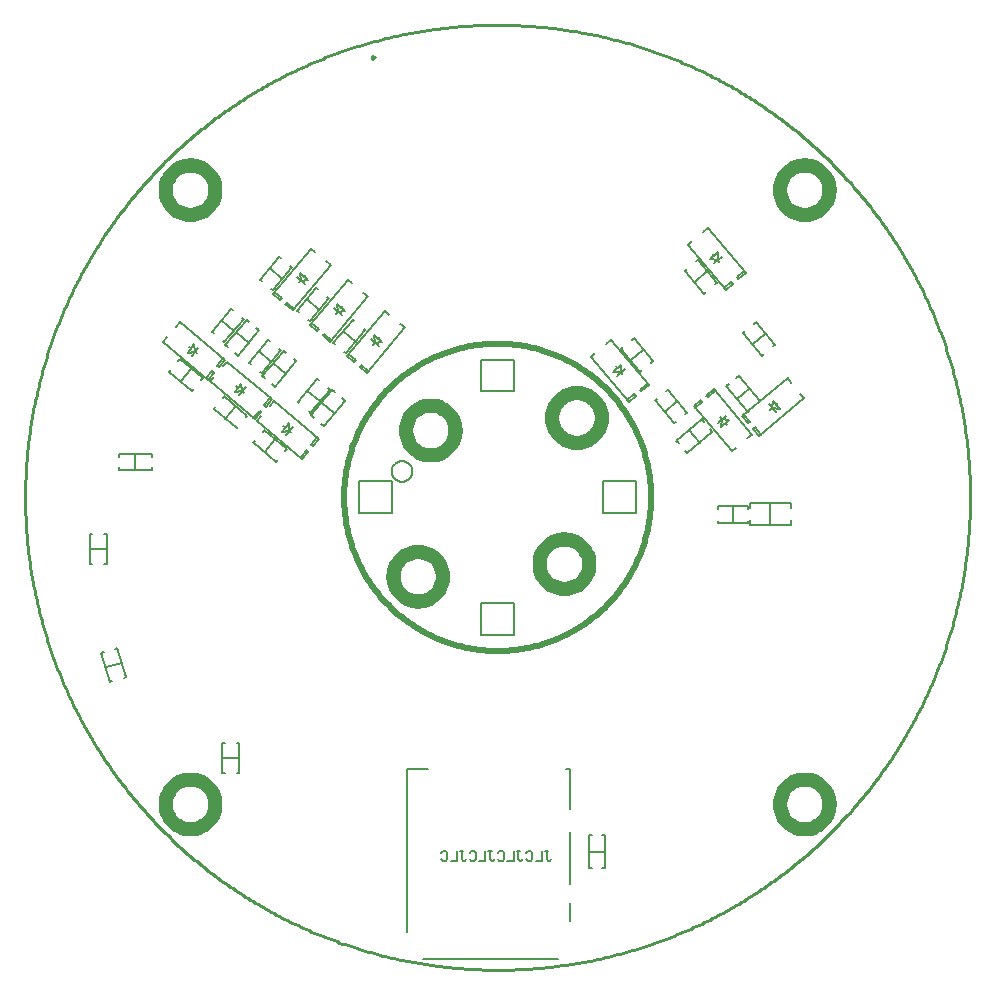
<source format=gbo>
G04*
G04 #@! TF.GenerationSoftware,Altium Limited,Altium Designer,21.6.4 (81)*
G04*
G04 Layer_Color=32896*
%FSLAX25Y25*%
%MOIN*%
G70*
G04*
G04 #@! TF.SameCoordinates,78FA80CD-A9BF-463E-8246-B3BA63ED9FFF*
G04*
G04*
G04 #@! TF.FilePolarity,Positive*
G04*
G01*
G75*
%ADD12C,0.00787*%
%ADD14C,0.04528*%
%ADD15C,0.01968*%
%ADD18C,0.00591*%
%ADD21C,0.01000*%
%ADD149C,0.00504*%
D12*
X35054Y5295D02*
X46235D01*
X35054Y-5295D02*
Y5295D01*
Y-5295D02*
X46235D01*
Y5295D01*
X-46235D02*
X-35054D01*
X-46235Y-5295D02*
Y5295D01*
Y-5295D02*
X-35054D01*
Y5295D01*
X-5590Y-35349D02*
X5591D01*
X-5590Y-45940D02*
Y-35349D01*
Y-45940D02*
X5591D01*
Y-35349D01*
X-5590Y45940D02*
X5591D01*
X-5590Y35350D02*
Y45940D01*
Y35350D02*
X5591D01*
Y45940D01*
X24016Y-141240D02*
X24016Y-135335D01*
X24016Y-129035D02*
Y-111713D01*
X24016Y-103839D02*
X24016Y-90453D01*
X22835Y-90453D02*
X24016Y-90453D01*
X-30315Y-90453D02*
X-23228Y-90453D01*
X-30315Y-144783D02*
X-30315Y-90453D01*
X-24803Y-153839D02*
X20079Y-153839D01*
X-70718Y64337D02*
X-68306Y62313D01*
X-70718Y64337D02*
X-70227Y64922D01*
X-68306Y62313D02*
X-55668Y77374D01*
X-57175Y78639D02*
X-55668Y77374D01*
X-70227Y64922D02*
X-67815Y62898D01*
X-74450Y68465D02*
X-72037Y66440D01*
X-64469Y73600D02*
X-63963Y74203D01*
X-65848Y74757D02*
X-63112Y72461D01*
X-65628Y72241D02*
X-63112Y72461D01*
X-65848Y74757D02*
X-65628Y72241D01*
X-66985Y73380D02*
X-64271Y71102D01*
X-66134Y71638D02*
X-65628Y72241D01*
X-62303Y82941D02*
X-60795Y81676D01*
X-74941Y67880D02*
X-62303Y82941D01*
X-72528Y65855D02*
X-72037Y66440D01*
X-74941Y67880D02*
X-72528Y65855D01*
X-61586Y17070D02*
X-59562Y19483D01*
X-62172Y17561D02*
X-61586Y17070D01*
X-74623Y32121D02*
X-59562Y19483D01*
X-75889Y30613D02*
X-74623Y32121D01*
X-62172Y17561D02*
X-60147Y19974D01*
X-65714Y13339D02*
X-63690Y15752D01*
X-71452Y23825D02*
X-70849Y23319D01*
X-72006Y21940D02*
X-69710Y24676D01*
X-69490Y22161D01*
X-72006Y21940D02*
X-69490Y22161D01*
X-70629Y20803D02*
X-68352Y23518D01*
X-69490Y22161D02*
X-68887Y21654D01*
X-80191Y25486D02*
X-78926Y26994D01*
X-80191Y25486D02*
X-65129Y12848D01*
X-63690Y15752D02*
X-63105Y15261D01*
X-65129Y12848D02*
X-63105Y15261D01*
X-77269Y30230D02*
X-75245Y32642D01*
X-77854Y30721D02*
X-77269Y30230D01*
X-90306Y45281D02*
X-75245Y32642D01*
X-91572Y43773D02*
X-90306Y45281D01*
X-77854Y30721D02*
X-75830Y33133D01*
X-81397Y26498D02*
X-79373Y28911D01*
X-87135Y36985D02*
X-86532Y36479D01*
X-87689Y35100D02*
X-85393Y37836D01*
X-85173Y35320D01*
X-87689Y35100D02*
X-85173Y35320D01*
X-86312Y33963D02*
X-84034Y36677D01*
X-85173Y35320D02*
X-84570Y34814D01*
X-95874Y38645D02*
X-94608Y40153D01*
X-95874Y38645D02*
X-80812Y26007D01*
X-79373Y28911D02*
X-78788Y28420D01*
X-80812Y26007D02*
X-78788Y28420D01*
X-92952Y43389D02*
X-90927Y45802D01*
X-93537Y43880D02*
X-92952Y43389D01*
X-105989Y58440D02*
X-90927Y45802D01*
X-107254Y56932D02*
X-105989Y58440D01*
X-93537Y43880D02*
X-91513Y46293D01*
X-97080Y39658D02*
X-95056Y42070D01*
X-102818Y50144D02*
X-102215Y49638D01*
X-103372Y48259D02*
X-101076Y50995D01*
X-100856Y48479D01*
X-103372Y48259D02*
X-100856Y48479D01*
X-101995Y47122D02*
X-99717Y49837D01*
X-100856Y48479D02*
X-100253Y47973D01*
X-111556Y51805D02*
X-110291Y53313D01*
X-111556Y51805D02*
X-96495Y39167D01*
X-95056Y42070D02*
X-94470Y41579D01*
X-96495Y39167D02*
X-94470Y41579D01*
X-58353Y53961D02*
X-55940Y51937D01*
X-58353Y53961D02*
X-57862Y54546D01*
X-55940Y51937D02*
X-43302Y66998D01*
X-44810Y68264D02*
X-43302Y66998D01*
X-57862Y54546D02*
X-55449Y52522D01*
X-62084Y58089D02*
X-59672Y56065D01*
X-52104Y63224D02*
X-51598Y63827D01*
X-53483Y64381D02*
X-50747Y62085D01*
X-53263Y61865D02*
X-50747Y62085D01*
X-53483Y64381D02*
X-53263Y61865D01*
X-54620Y63004D02*
X-51906Y60726D01*
X-53769Y61262D02*
X-53263Y61865D01*
X-49937Y72566D02*
X-48429Y71300D01*
X-62575Y57504D02*
X-49937Y72566D01*
X-60163Y55480D02*
X-59672Y56065D01*
X-62575Y57504D02*
X-60163Y55480D01*
X-45988Y43586D02*
X-43575Y41561D01*
X-45988Y43586D02*
X-45497Y44171D01*
X-43575Y41561D02*
X-30937Y56623D01*
X-32445Y57888D02*
X-30937Y56623D01*
X-45497Y44171D02*
X-43084Y42146D01*
X-49719Y47714D02*
X-47306Y45689D01*
X-39739Y52848D02*
X-39233Y53452D01*
X-41118Y54005D02*
X-38382Y51710D01*
X-40897Y51490D02*
X-38382Y51710D01*
X-41118Y54005D02*
X-40897Y51490D01*
X-42255Y52628D02*
X-39540Y50351D01*
X-41404Y50886D02*
X-40897Y51490D01*
X-37572Y62190D02*
X-36064Y60925D01*
X-50210Y47128D02*
X-37572Y62190D01*
X-47797Y45104D02*
X-47306Y45689D01*
X-50210Y47128D02*
X-47797Y45104D01*
X43666Y31782D02*
X46079Y33807D01*
X45588Y34392D02*
X46079Y33807D01*
X31028Y46844D02*
X43666Y31782D01*
X31028Y46844D02*
X32536Y48109D01*
X40989Y41711D02*
X41495Y41107D01*
X39631Y40572D02*
X42346Y42849D01*
X38473Y41931D02*
X40989Y41711D01*
X41209Y44226D01*
X38473Y41931D02*
X41209Y44226D01*
X39345Y43691D02*
X39851Y43088D01*
X43175Y32367D02*
X45588Y34392D01*
X47398Y35910D02*
X49810Y37935D01*
X36155Y51146D02*
X37663Y52411D01*
X50301Y37350D01*
X47398Y35910D02*
X47888Y35325D01*
X50301Y37350D01*
X76002Y69194D02*
X78415Y71219D01*
X77924Y71804D02*
X78415Y71219D01*
X63364Y84256D02*
X76002Y69194D01*
X63364Y84256D02*
X64872Y85521D01*
X73325Y79123D02*
X73831Y78519D01*
X71968Y77984D02*
X74682Y80261D01*
X70809Y79343D02*
X73325Y79123D01*
X73545Y81638D01*
X70809Y79343D02*
X73545Y81638D01*
X71681Y81103D02*
X72188Y80500D01*
X75511Y69779D02*
X77924Y71804D01*
X79734Y73322D02*
X82146Y75347D01*
X68491Y88558D02*
X69999Y89823D01*
X82637Y74762D01*
X79734Y73322D02*
X80225Y72737D01*
X82637Y74762D01*
X69599Y33951D02*
X72012Y35976D01*
X69599Y33951D02*
X70090Y33366D01*
X72012Y35976D02*
X84650Y20914D01*
X83142Y19649D02*
X84650Y20914D01*
X74183Y26650D02*
X74689Y26047D01*
X73332Y24908D02*
X76047Y27186D01*
X74689Y26047D02*
X77205Y25827D01*
X74469Y23531D02*
X74689Y26047D01*
X74469Y23531D02*
X77205Y25827D01*
X75827Y24670D02*
X76333Y24067D01*
X70090Y33366D02*
X72503Y35390D01*
X65868Y29823D02*
X68281Y31848D01*
X78015Y15347D02*
X79523Y16612D01*
X65377Y30408D02*
X78015Y15347D01*
X67790Y32433D02*
X68281Y31848D01*
X65377Y30408D02*
X67790Y32433D01*
X81572Y27068D02*
X83597Y24656D01*
X84182Y25147D01*
X81572Y27068D02*
X96634Y39707D01*
X97899Y38199D01*
X90898Y29240D02*
X91501Y29746D01*
X90362Y31103D02*
X92639Y28389D01*
X91501Y29746D02*
X91721Y32262D01*
X91501Y29746D02*
X94016Y29526D01*
X91721Y32262D02*
X94016Y29526D01*
X92878Y30883D02*
X93481Y31389D01*
X82157Y27560D02*
X84182Y25147D01*
X85700Y23337D02*
X87725Y20924D01*
X100936Y34580D02*
X102201Y33072D01*
X87140Y20434D02*
X102201Y33072D01*
X85115Y22846D02*
X85700Y23337D01*
X85115Y22846D02*
X87140Y20434D01*
D14*
X-94095Y-102362D02*
X-94155Y-101365D01*
X-94335Y-100383D01*
X-94632Y-99430D01*
X-95042Y-98520D01*
X-95558Y-97666D01*
X-96174Y-96880D01*
X-96880Y-96174D01*
X-97666Y-95558D01*
X-98520Y-95041D01*
X-99431Y-94632D01*
X-100384Y-94335D01*
X-101366Y-94155D01*
X-102362Y-94094D01*
X-103359Y-94155D01*
X-104341Y-94335D01*
X-105294Y-94632D01*
X-106204Y-95041D01*
X-107059Y-95558D01*
X-107845Y-96174D01*
X-108551Y-96880D01*
X-109167Y-97666D01*
X-109683Y-98520D01*
X-110093Y-99430D01*
X-110390Y-100383D01*
X-110570Y-101365D01*
X-110630Y-102362D01*
X-110570Y-103359D01*
X-110390Y-104341D01*
X-110093Y-105294D01*
X-109683Y-106204D01*
X-109167Y-107059D01*
X-108551Y-107845D01*
X-107845Y-108551D01*
X-107059Y-109166D01*
X-106204Y-109683D01*
X-105294Y-110093D01*
X-104341Y-110390D01*
X-103359Y-110570D01*
X-102362Y-110630D01*
X-101366Y-110570D01*
X-100384Y-110390D01*
X-99431Y-110093D01*
X-98520Y-109683D01*
X-97666Y-109166D01*
X-96880Y-108551D01*
X-96174Y-107845D01*
X-95558Y-107059D01*
X-95042Y-106204D01*
X-94632Y-105294D01*
X-94335Y-104341D01*
X-94155Y-103359D01*
X-94095Y-102362D01*
X110630Y-102362D02*
X110570Y-101365D01*
X110390Y-100383D01*
X110093Y-99430D01*
X109683Y-98520D01*
X109166Y-97666D01*
X108551Y-96880D01*
X107845Y-96174D01*
X107059Y-95558D01*
X106204Y-95041D01*
X105294Y-94632D01*
X104341Y-94335D01*
X103359Y-94155D01*
X102362Y-94094D01*
X101365Y-94155D01*
X100383Y-94335D01*
X99430Y-94632D01*
X98520Y-95041D01*
X97666Y-95558D01*
X96880Y-96174D01*
X96174Y-96880D01*
X95558Y-97666D01*
X95041Y-98520D01*
X94632Y-99430D01*
X94335Y-100383D01*
X94155Y-101365D01*
X94094Y-102362D01*
X94155Y-103359D01*
X94335Y-104341D01*
X94632Y-105294D01*
X95041Y-106204D01*
X95558Y-107059D01*
X96174Y-107845D01*
X96880Y-108551D01*
X97666Y-109166D01*
X98520Y-109683D01*
X99430Y-110093D01*
X100383Y-110390D01*
X101366Y-110570D01*
X102362Y-110630D01*
X103359Y-110570D01*
X104341Y-110390D01*
X105294Y-110093D01*
X106204Y-109683D01*
X107059Y-109166D01*
X107845Y-108551D01*
X108551Y-107845D01*
X109166Y-107059D01*
X109683Y-106204D01*
X110093Y-105294D01*
X110390Y-104341D01*
X110570Y-103359D01*
X110630Y-102362D01*
X-94095Y102362D02*
X-94155Y103359D01*
X-94335Y104341D01*
X-94632Y105294D01*
X-95042Y106204D01*
X-95558Y107059D01*
X-96174Y107845D01*
X-96880Y108551D01*
X-97666Y109167D01*
X-98520Y109683D01*
X-99431Y110093D01*
X-100384Y110390D01*
X-101366Y110570D01*
X-102362Y110630D01*
X-103359Y110570D01*
X-104341Y110390D01*
X-105294Y110093D01*
X-106204Y109683D01*
X-107059Y109167D01*
X-107845Y108551D01*
X-108551Y107845D01*
X-109167Y107059D01*
X-109683Y106204D01*
X-110093Y105294D01*
X-110390Y104341D01*
X-110570Y103359D01*
X-110630Y102362D01*
X-110570Y101366D01*
X-110390Y100384D01*
X-110093Y99431D01*
X-109683Y98520D01*
X-109167Y97666D01*
X-108551Y96880D01*
X-107845Y96174D01*
X-107059Y95558D01*
X-106204Y95042D01*
X-105294Y94632D01*
X-104341Y94335D01*
X-103359Y94155D01*
X-102362Y94095D01*
X-101366Y94155D01*
X-100384Y94335D01*
X-99431Y94632D01*
X-98520Y95042D01*
X-97666Y95558D01*
X-96880Y96174D01*
X-96174Y96880D01*
X-95558Y97666D01*
X-95042Y98520D01*
X-94632Y99431D01*
X-94335Y100384D01*
X-94155Y101366D01*
X-94095Y102362D01*
X110630Y102362D02*
X110570Y103359D01*
X110390Y104341D01*
X110093Y105294D01*
X109683Y106204D01*
X109166Y107059D01*
X108551Y107845D01*
X107845Y108551D01*
X107059Y109167D01*
X106204Y109683D01*
X105294Y110093D01*
X104341Y110390D01*
X103359Y110570D01*
X102362Y110630D01*
X101365Y110570D01*
X100383Y110390D01*
X99430Y110093D01*
X98520Y109683D01*
X97666Y109167D01*
X96880Y108551D01*
X96174Y107845D01*
X95558Y107059D01*
X95041Y106204D01*
X94632Y105294D01*
X94335Y104341D01*
X94155Y103359D01*
X94094Y102362D01*
X94155Y101366D01*
X94335Y100384D01*
X94632Y99431D01*
X95041Y98520D01*
X95558Y97666D01*
X96174Y96880D01*
X96880Y96174D01*
X97666Y95558D01*
X98520Y95042D01*
X99430Y94632D01*
X100383Y94335D01*
X101366Y94155D01*
X102362Y94095D01*
X103359Y94155D01*
X104341Y94335D01*
X105294Y94632D01*
X106204Y95042D01*
X107059Y95558D01*
X107845Y96174D01*
X108551Y96880D01*
X109166Y97666D01*
X109683Y98520D01*
X110093Y99431D01*
X110390Y100384D01*
X110570Y101366D01*
X110630Y102362D01*
X-18179Y-26447D02*
X-18240Y-25450D01*
X-18419Y-24468D01*
X-18717Y-23515D01*
X-19126Y-22605D01*
X-19643Y-21750D01*
X-20258Y-20964D01*
X-20965Y-20258D01*
X-21750Y-19643D01*
X-22605Y-19126D01*
X-23515Y-18717D01*
X-24468Y-18419D01*
X-25451Y-18239D01*
X-26447Y-18179D01*
X-27444Y-18239D01*
X-28426Y-18419D01*
X-29379Y-18717D01*
X-30289Y-19126D01*
X-31144Y-19643D01*
X-31929Y-20258D01*
X-32636Y-20964D01*
X-33251Y-21750D01*
X-33768Y-22605D01*
X-34178Y-23515D01*
X-34475Y-24468D01*
X-34655Y-25450D01*
X-34715Y-26447D01*
X-34655Y-27444D01*
X-34475Y-28425D01*
X-34178Y-29379D01*
X-33768Y-30289D01*
X-33251Y-31144D01*
X-32636Y-31929D01*
X-31929Y-32635D01*
X-31144Y-33251D01*
X-30289Y-33768D01*
X-29379Y-34177D01*
X-28426Y-34474D01*
X-27444Y-34654D01*
X-26447Y-34715D01*
X-25451Y-34654D01*
X-24468Y-34474D01*
X-23515Y-34177D01*
X-22605Y-33768D01*
X-21750Y-33251D01*
X-20965Y-32635D01*
X-20258Y-31929D01*
X-19643Y-31144D01*
X-19126Y-30289D01*
X-18717Y-29379D01*
X-18420Y-28425D01*
X-18240Y-27444D01*
X-18179Y-26447D01*
X30539Y-22271D02*
X30478Y-21274D01*
X30298Y-20292D01*
X30001Y-19339D01*
X29592Y-18429D01*
X29075Y-17574D01*
X28459Y-16789D01*
X27753Y-16083D01*
X26968Y-15467D01*
X26113Y-14950D01*
X25203Y-14541D01*
X24250Y-14244D01*
X23268Y-14064D01*
X22271Y-14003D01*
X21274Y-14064D01*
X20292Y-14244D01*
X19339Y-14541D01*
X18429Y-14950D01*
X17574Y-15467D01*
X16788Y-16083D01*
X16082Y-16789D01*
X15467Y-17574D01*
X14950Y-18429D01*
X14540Y-19339D01*
X14243Y-20292D01*
X14063Y-21274D01*
X14003Y-22271D01*
X14063Y-23268D01*
X14243Y-24250D01*
X14540Y-25203D01*
X14950Y-26113D01*
X15467Y-26968D01*
X16082Y-27754D01*
X16789Y-28460D01*
X17574Y-29075D01*
X18429Y-29592D01*
X19339Y-30002D01*
X20292Y-30299D01*
X21274Y-30479D01*
X22271Y-30539D01*
X23268Y-30479D01*
X24250Y-30299D01*
X25203Y-30002D01*
X26113Y-29592D01*
X26968Y-29075D01*
X27753Y-28460D01*
X28459Y-27754D01*
X29075Y-26968D01*
X29592Y-26113D01*
X30001Y-25203D01*
X30298Y-24250D01*
X30478Y-23268D01*
X30539Y-22271D01*
X-14004Y22271D02*
X-14064Y23268D01*
X-14244Y24250D01*
X-14541Y25203D01*
X-14951Y26113D01*
X-15467Y26968D01*
X-16083Y27754D01*
X-16789Y28460D01*
X-17575Y29075D01*
X-18429Y29592D01*
X-19339Y30002D01*
X-20293Y30299D01*
X-21275Y30479D01*
X-22271Y30539D01*
X-23268Y30479D01*
X-24250Y30299D01*
X-25203Y30002D01*
X-26113Y29592D01*
X-26968Y29075D01*
X-27754Y28460D01*
X-28460Y27754D01*
X-29075Y26968D01*
X-29592Y26113D01*
X-30002Y25203D01*
X-30299Y24250D01*
X-30479Y23268D01*
X-30539Y22271D01*
X-30479Y21274D01*
X-30299Y20292D01*
X-30002Y19339D01*
X-29592Y18429D01*
X-29075Y17574D01*
X-28460Y16789D01*
X-27754Y16083D01*
X-26968Y15467D01*
X-26113Y14950D01*
X-25203Y14541D01*
X-24250Y14244D01*
X-23268Y14064D01*
X-22271Y14003D01*
X-21275Y14064D01*
X-20293Y14244D01*
X-19339Y14541D01*
X-18429Y14950D01*
X-17575Y15467D01*
X-16789Y16083D01*
X-16083Y16789D01*
X-15467Y17574D01*
X-14951Y18429D01*
X-14541Y19339D01*
X-14244Y20292D01*
X-14064Y21274D01*
X-14004Y22271D01*
X34714Y26447D02*
X34654Y27444D01*
X34474Y28425D01*
X34177Y29379D01*
X33768Y30289D01*
X33251Y31144D01*
X32635Y31929D01*
X31929Y32635D01*
X31143Y33251D01*
X30289Y33768D01*
X29379Y34177D01*
X28425Y34474D01*
X27443Y34654D01*
X26447Y34715D01*
X25450Y34654D01*
X24468Y34474D01*
X23515Y34177D01*
X22605Y33768D01*
X21750Y33251D01*
X20964Y32635D01*
X20258Y31929D01*
X19643Y31144D01*
X19126Y30289D01*
X18716Y29379D01*
X18419Y28425D01*
X18239Y27444D01*
X18179Y26447D01*
X18239Y25450D01*
X18419Y24468D01*
X18716Y23515D01*
X19126Y22605D01*
X19643Y21750D01*
X20258Y20964D01*
X20964Y20258D01*
X21750Y19643D01*
X22605Y19126D01*
X23515Y18716D01*
X24468Y18419D01*
X25450Y18239D01*
X26447Y18179D01*
X27443Y18239D01*
X28425Y18419D01*
X29379Y18717D01*
X30289Y19126D01*
X31143Y19643D01*
X31929Y20258D01*
X32635Y20964D01*
X33251Y21750D01*
X33768Y22605D01*
X34177Y23515D01*
X34474Y24468D01*
X34654Y25450D01*
X34714Y26447D01*
D15*
X51181Y0D02*
X51171Y999D01*
X51142Y1997D01*
X51093Y2994D01*
X51025Y3991D01*
X50938Y4986D01*
X50831Y5979D01*
X50704Y6969D01*
X50559Y7957D01*
X50394Y8942D01*
X50210Y9924D01*
X50007Y10902D01*
X49784Y11875D01*
X49543Y12844D01*
X49283Y13808D01*
X49004Y14767D01*
X48707Y15721D01*
X48391Y16668D01*
X48056Y17609D01*
X47704Y18543D01*
X47333Y19471D01*
X46944Y20391D01*
X46537Y21303D01*
X46112Y22207D01*
X45670Y23102D01*
X45211Y23989D01*
X44734Y24866D01*
X44241Y25735D01*
X43730Y26593D01*
X43203Y27441D01*
X42659Y28279D01*
X42099Y29106D01*
X41523Y29922D01*
X40932Y30726D01*
X40324Y31519D01*
X39702Y32300D01*
X39064Y33068D01*
X38411Y33824D01*
X37744Y34567D01*
X37062Y35297D01*
X36367Y36013D01*
X35657Y36716D01*
X34934Y37405D01*
X34197Y38080D01*
X33448Y38739D01*
X32686Y39385D01*
X31911Y40015D01*
X31124Y40630D01*
X30325Y41230D01*
X29515Y41813D01*
X28694Y42381D01*
X27861Y42933D01*
X27018Y43469D01*
X26165Y43988D01*
X25302Y44490D01*
X24429Y44975D01*
X23547Y45443D01*
X22655Y45894D01*
X21756Y46327D01*
X20848Y46743D01*
X19932Y47141D01*
X19008Y47521D01*
X18077Y47882D01*
X17139Y48226D01*
X16195Y48551D01*
X15245Y48858D01*
X14289Y49146D01*
X13327Y49415D01*
X12360Y49666D01*
X11389Y49898D01*
X10413Y50111D01*
X9433Y50304D01*
X8450Y50479D01*
X7463Y50634D01*
X6474Y50770D01*
X5482Y50887D01*
X4488Y50984D01*
X3493Y51062D01*
X2496Y51120D01*
X1498Y51159D01*
X499Y51179D01*
X-499D01*
X-1498Y51159D01*
X-2496Y51120D01*
X-3493Y51062D01*
X-4488Y50984D01*
X-5482Y50887D01*
X-6474Y50770D01*
X-7464Y50634D01*
X-8450Y50479D01*
X-9433Y50304D01*
X-10413Y50111D01*
X-11389Y49898D01*
X-12360Y49666D01*
X-13327Y49416D01*
X-14289Y49146D01*
X-15245Y48858D01*
X-16195Y48551D01*
X-17140Y48226D01*
X-18077Y47882D01*
X-19008Y47521D01*
X-19932Y47141D01*
X-20848Y46743D01*
X-21756Y46327D01*
X-22656Y45894D01*
X-23547Y45443D01*
X-24429Y44975D01*
X-25302Y44490D01*
X-26165Y43988D01*
X-27018Y43469D01*
X-27861Y42933D01*
X-28694Y42381D01*
X-29515Y41813D01*
X-30325Y41230D01*
X-31124Y40630D01*
X-31911Y40015D01*
X-32686Y39385D01*
X-33448Y38739D01*
X-34197Y38080D01*
X-34934Y37405D01*
X-35657Y36716D01*
X-36367Y36014D01*
X-37062Y35297D01*
X-37744Y34567D01*
X-38411Y33824D01*
X-39064Y33068D01*
X-39702Y32300D01*
X-40325Y31519D01*
X-40932Y30726D01*
X-41524Y29922D01*
X-42099Y29106D01*
X-42659Y28279D01*
X-43203Y27441D01*
X-43730Y26593D01*
X-44241Y25735D01*
X-44734Y24867D01*
X-45211Y23989D01*
X-45671Y23102D01*
X-46113Y22207D01*
X-46537Y21303D01*
X-46944Y20391D01*
X-47333Y19471D01*
X-47704Y18544D01*
X-48057Y17609D01*
X-48391Y16668D01*
X-48707Y15721D01*
X-49004Y14768D01*
X-49283Y13809D01*
X-49543Y12844D01*
X-49784Y11875D01*
X-50007Y10902D01*
X-50210Y9924D01*
X-50394Y8942D01*
X-50559Y7957D01*
X-50704Y6969D01*
X-50831Y5979D01*
X-50938Y4986D01*
X-51025Y3991D01*
X-51094Y2994D01*
X-51142Y1997D01*
X-51171Y999D01*
X-51181Y0D01*
X-51171Y-998D01*
X-51142Y-1997D01*
X-51094Y-2994D01*
X-51025Y-3991D01*
X-50938Y-4985D01*
X-50831Y-5978D01*
X-50704Y-6969D01*
X-50559Y-7957D01*
X-50394Y-8942D01*
X-50210Y-9924D01*
X-50007Y-10901D01*
X-49784Y-11875D01*
X-49543Y-12844D01*
X-49283Y-13808D01*
X-49005Y-14767D01*
X-48707Y-15721D01*
X-48391Y-16668D01*
X-48057Y-17609D01*
X-47704Y-18543D01*
X-47333Y-19471D01*
X-46944Y-20391D01*
X-46537Y-21303D01*
X-46113Y-22207D01*
X-45671Y-23102D01*
X-45211Y-23989D01*
X-44735Y-24866D01*
X-44241Y-25734D01*
X-43730Y-26593D01*
X-43203Y-27441D01*
X-42660Y-28279D01*
X-42100Y-29106D01*
X-41524Y-29922D01*
X-40932Y-30726D01*
X-40325Y-31519D01*
X-39702Y-32300D01*
X-39064Y-33068D01*
X-38412Y-33824D01*
X-37744Y-34567D01*
X-37063Y-35297D01*
X-36367Y-36013D01*
X-35657Y-36716D01*
X-34934Y-37405D01*
X-34198Y-38079D01*
X-33448Y-38739D01*
X-32686Y-39385D01*
X-31911Y-40015D01*
X-31124Y-40630D01*
X-30326Y-41230D01*
X-29515Y-41813D01*
X-28694Y-42381D01*
X-27861Y-42933D01*
X-27018Y-43468D01*
X-26165Y-43987D01*
X-25302Y-44490D01*
X-24429Y-44975D01*
X-23547Y-45443D01*
X-22656Y-45894D01*
X-21756Y-46327D01*
X-20848Y-46743D01*
X-19932Y-47140D01*
X-19008Y-47520D01*
X-18078Y-47882D01*
X-17140Y-48226D01*
X-16196Y-48551D01*
X-15245Y-48858D01*
X-14289Y-49146D01*
X-13327Y-49415D01*
X-12361Y-49666D01*
X-11389Y-49898D01*
X-10413Y-50111D01*
X-9434Y-50304D01*
X-8450Y-50479D01*
X-7464Y-50634D01*
X-6474Y-50770D01*
X-5483Y-50887D01*
X-4489Y-50984D01*
X-3493Y-51062D01*
X-2496Y-51120D01*
X-1498Y-51159D01*
X-500Y-51179D01*
X499Y-51179D01*
X1498Y-51159D01*
X2496Y-51120D01*
X3492Y-51062D01*
X4488Y-50984D01*
X5482Y-50887D01*
X6474Y-50770D01*
X7463Y-50634D01*
X8450Y-50479D01*
X9433Y-50304D01*
X10413Y-50111D01*
X11389Y-49898D01*
X12360Y-49666D01*
X13327Y-49416D01*
X14288Y-49146D01*
X15245Y-48858D01*
X16195Y-48551D01*
X17139Y-48226D01*
X18077Y-47882D01*
X19008Y-47521D01*
X19931Y-47141D01*
X20847Y-46743D01*
X21755Y-46327D01*
X22655Y-45894D01*
X23546Y-45443D01*
X24429Y-44975D01*
X25301Y-44490D01*
X26165Y-43988D01*
X27018Y-43469D01*
X27861Y-42933D01*
X28693Y-42382D01*
X29515Y-41813D01*
X30325Y-41230D01*
X31124Y-40630D01*
X31911Y-40015D01*
X32685Y-39385D01*
X33448Y-38740D01*
X34197Y-38080D01*
X34934Y-37405D01*
X35657Y-36716D01*
X36366Y-36014D01*
X37062Y-35297D01*
X37744Y-34567D01*
X38411Y-33824D01*
X39064Y-33068D01*
X39702Y-32300D01*
X40324Y-31519D01*
X40931Y-30726D01*
X41523Y-29922D01*
X42099Y-29106D01*
X42659Y-28279D01*
X43203Y-27441D01*
X43730Y-26593D01*
X44240Y-25735D01*
X44734Y-24867D01*
X45211Y-23989D01*
X45670Y-23102D01*
X46112Y-22207D01*
X46537Y-21303D01*
X46944Y-20391D01*
X47333Y-19471D01*
X47703Y-18544D01*
X48056Y-17609D01*
X48391Y-16668D01*
X48707Y-15721D01*
X49004Y-14768D01*
X49283Y-13809D01*
X49543Y-12844D01*
X49784Y-11875D01*
X50007Y-10902D01*
X50210Y-9924D01*
X50394Y-8942D01*
X50559Y-7957D01*
X50704Y-6969D01*
X50831Y-5979D01*
X50938Y-4986D01*
X51025Y-3991D01*
X51093Y-2995D01*
X51142Y-1997D01*
X51171Y-999D01*
X51181Y-0D01*
D18*
X-86976Y-82008D02*
X-86221D01*
Y-92008D02*
Y-82008D01*
X-86976Y-92008D02*
X-86221D01*
X-91732D02*
X-90976D01*
X-91732D02*
Y-82008D01*
X-90976D01*
X-91732Y-87008D02*
X-86221D01*
X-131071Y-12323D02*
X-130315D01*
Y-22323D02*
Y-12323D01*
X-131071Y-22323D02*
X-130315D01*
X-135827D02*
X-135071D01*
X-135827D02*
Y-12323D01*
X-135071D01*
X-135827Y-17323D02*
X-130315D01*
X-63471Y35612D02*
X-59249Y32069D01*
X-63042Y28725D02*
X-62463Y28239D01*
X-56035Y35899D01*
X-56614Y36385D02*
X-56035Y35899D01*
X-60257Y39442D02*
X-59678Y38956D01*
X-66685Y31782D02*
X-60257Y39442D01*
X-66685Y31782D02*
X-66106Y31296D01*
X-79199Y72605D02*
X-78620Y72119D01*
X-79199Y72605D02*
X-72771Y80265D01*
X-72192Y79779D01*
X-69128Y77208D02*
X-68549Y76722D01*
X-74977Y69062D02*
X-68549Y76722D01*
X-75556Y69547D02*
X-74977Y69062D01*
X-75985Y76435D02*
X-71763Y72892D01*
X-74883Y44674D02*
X-70661Y41131D01*
X-71340Y48896D02*
X-70436Y48137D01*
X-78426Y40451D02*
X-71340Y48896D01*
X-78426Y40451D02*
X-77521Y39692D01*
X-75109Y37668D02*
X-74204Y36908D01*
X-67118Y45353D01*
X-68023Y46112D02*
X-67118Y45353D01*
X-82923Y44892D02*
X-82344Y44407D01*
X-82923Y44892D02*
X-76495Y52553D01*
X-75916Y52067D01*
X-72852Y49496D02*
X-72272Y49010D01*
X-78700Y41350D02*
X-72272Y49010D01*
X-79280Y41835D02*
X-78700Y41350D01*
X-79709Y48723D02*
X-75486Y45180D01*
X-66834Y62229D02*
X-66255Y61743D01*
X-66834Y62229D02*
X-60406Y69889D01*
X-59827Y69403D01*
X-56763Y66832D02*
X-56184Y66346D01*
X-62612Y58686D02*
X-56184Y66346D01*
X-63191Y59172D02*
X-62612Y58686D01*
X-63620Y66059D02*
X-59398Y62516D01*
X-101823Y35414D02*
X-101337Y35993D01*
X-109483Y41842D02*
X-101823Y35414D01*
X-109483Y41842D02*
X-108997Y42421D01*
X-106426Y45485D02*
X-105940Y46064D01*
X-98280Y39637D01*
X-98766Y39057D02*
X-98280Y39637D01*
X-105653Y38628D02*
X-102110Y42851D01*
X-87249Y55049D02*
X-83026Y51506D01*
X-83706Y59272D02*
X-82801Y58513D01*
X-90791Y50827D02*
X-83706Y59272D01*
X-90791Y50827D02*
X-89887Y50068D01*
X-87474Y48043D02*
X-86569Y47284D01*
X-79483Y55729D01*
X-80388Y56488D02*
X-79483Y55729D01*
X-95288Y55268D02*
X-94709Y54782D01*
X-95288Y55268D02*
X-88860Y62929D01*
X-88281Y62443D01*
X-85217Y59872D02*
X-84638Y59386D01*
X-91066Y51725D02*
X-84638Y59386D01*
X-91645Y52211D02*
X-91066Y51725D01*
X-92074Y59098D02*
X-87852Y55555D01*
X-87045Y23014D02*
X-86559Y23593D01*
X-94705Y29442D02*
X-87045Y23014D01*
X-94705Y29442D02*
X-94219Y30021D01*
X-91648Y33085D02*
X-91162Y33664D01*
X-83502Y27236D01*
X-83988Y26657D02*
X-83502Y27236D01*
X-90875Y26228D02*
X-87332Y30450D01*
X-58646Y31563D02*
X-54423Y28020D01*
X-55103Y35785D02*
X-54198Y35026D01*
X-62189Y27340D02*
X-55103Y35785D01*
X-62189Y27340D02*
X-61284Y26581D01*
X-58871Y24557D02*
X-57967Y23798D01*
X-50881Y32242D01*
X-51785Y33001D02*
X-50881Y32242D01*
X-73775Y11879D02*
X-73289Y12458D01*
X-81435Y18307D02*
X-73775Y11879D01*
X-81435Y18307D02*
X-80949Y18886D01*
X-78378Y21950D02*
X-77892Y22529D01*
X-70232Y16101D01*
X-70718Y15522D02*
X-70232Y16101D01*
X-77605Y15093D02*
X-74062Y19315D01*
X-54722Y51552D02*
X-54143Y51066D01*
X-54722Y51552D02*
X-48294Y59212D01*
X-47715Y58726D01*
X-44651Y56155D02*
X-44072Y55669D01*
X-50499Y48009D02*
X-44072Y55669D01*
X-51078Y48494D02*
X-50499Y48009D01*
X-51508Y55382D02*
X-47286Y51839D01*
X44340Y45679D02*
X48562Y49222D01*
X51197Y44906D02*
X51776Y45392D01*
X45348Y53052D02*
X51776Y45392D01*
X44769Y52566D02*
X45348Y53052D01*
X41126Y49509D02*
X41705Y49995D01*
X41126Y49509D02*
X47554Y41849D01*
X48133Y42335D01*
X65625Y71762D02*
X69847Y75305D01*
X72482Y70989D02*
X73061Y71475D01*
X66633Y79135D02*
X73061Y71475D01*
X66054Y78649D02*
X66633Y79135D01*
X62411Y75592D02*
X62990Y76078D01*
X62411Y75592D02*
X68839Y67932D01*
X69418Y68418D01*
X85052Y51060D02*
X89274Y54603D01*
X91909Y50287D02*
X92488Y50772D01*
X86060Y58433D02*
X92488Y50772D01*
X85481Y57947D02*
X86060Y58433D01*
X81838Y54890D02*
X82417Y55376D01*
X81838Y54890D02*
X88266Y47229D01*
X88845Y47715D01*
X83364Y28572D02*
X84268Y29331D01*
X76278Y37016D02*
X83364Y28572D01*
X76278Y37016D02*
X77183Y37775D01*
X79595Y39800D02*
X80500Y40559D01*
X87586Y32115D01*
X86681Y31356D02*
X87586Y32115D01*
X79821Y32794D02*
X84043Y36337D01*
X55690Y28478D02*
X59912Y32021D01*
X62547Y27705D02*
X63126Y28190D01*
X56698Y35851D02*
X63126Y28190D01*
X56119Y35365D02*
X56698Y35851D01*
X52476Y32308D02*
X53055Y32794D01*
X52476Y32308D02*
X58904Y24648D01*
X59483Y25133D01*
X59604Y18914D02*
X60363Y18009D01*
X59604Y18914D02*
X68048Y25999D01*
X68808Y25095D01*
X70832Y22682D02*
X71591Y21777D01*
X63147Y14691D02*
X71591Y21777D01*
X62387Y15596D02*
X63147Y14691D01*
X63826Y22456D02*
X67369Y18234D01*
X90945Y-9055D02*
Y-1969D01*
X84252Y-3543D02*
Y-1969D01*
X97638D01*
Y-3543D02*
Y-1969D01*
Y-9055D02*
Y-7480D01*
X84252Y-9055D02*
X97638D01*
X84252D02*
Y-7480D01*
X78342Y-8473D02*
Y-2961D01*
X73342Y-8473D02*
Y-7717D01*
Y-8473D02*
X83342D01*
Y-7717D01*
Y-3717D02*
Y-2961D01*
X73342D02*
X83342D01*
X73342Y-3717D02*
Y-2961D01*
X30315Y-118110D02*
X35827D01*
X34646Y-123622D02*
X35827D01*
Y-112598D01*
X34646D02*
X35827D01*
X30315D02*
X31496D01*
X30315Y-123622D02*
Y-112598D01*
Y-123622D02*
X31496D01*
X-126378Y13386D02*
Y14567D01*
X-115354D01*
Y13386D02*
Y14567D01*
Y9055D02*
Y10236D01*
X-126378Y9055D02*
X-115354D01*
X-126378D02*
Y10236D01*
X-120866Y9055D02*
Y14567D01*
X-130588Y-56711D02*
X-125317Y-55100D01*
X-124578Y-60102D02*
X-123855Y-59881D01*
X-126779Y-50318D02*
X-123855Y-59881D01*
X-127502Y-50539D02*
X-126779Y-50318D01*
X-132050Y-51930D02*
X-131327Y-51709D01*
X-132050Y-51930D02*
X-129126Y-61493D01*
X-128403Y-61272D01*
X15814Y-117914D02*
X16864D01*
X16339D01*
Y-120538D01*
X16864Y-121063D01*
X17389D01*
X17913Y-120538D01*
X14765Y-117914D02*
Y-121063D01*
X12666D01*
X9517Y-118439D02*
X10042Y-117914D01*
X11091D01*
X11616Y-118439D01*
Y-120538D01*
X11091Y-121063D01*
X10042D01*
X9517Y-120538D01*
X6369Y-117914D02*
X7418D01*
X6893D01*
Y-120538D01*
X7418Y-121063D01*
X7943D01*
X8468Y-120538D01*
X5319Y-117914D02*
Y-121063D01*
X3220D01*
X71Y-118439D02*
X596Y-117914D01*
X1646D01*
X2170Y-118439D01*
Y-120538D01*
X1646Y-121063D01*
X596D01*
X71Y-120538D01*
X-3077Y-117914D02*
X-2028D01*
X-2552D01*
Y-120538D01*
X-2028Y-121063D01*
X-1503D01*
X-978Y-120538D01*
X-4127Y-117914D02*
Y-121063D01*
X-6226D01*
X-9374Y-118439D02*
X-8850Y-117914D01*
X-7800D01*
X-7275Y-118439D01*
Y-120538D01*
X-7800Y-121063D01*
X-8850D01*
X-9374Y-120538D01*
X-12523Y-117914D02*
X-11473D01*
X-11998D01*
Y-120538D01*
X-11473Y-121063D01*
X-10949D01*
X-10424Y-120538D01*
X-13573Y-117914D02*
Y-121063D01*
X-15672D01*
X-18820Y-118439D02*
X-18295Y-117914D01*
X-17246D01*
X-16721Y-118439D01*
Y-120538D01*
X-17246Y-121063D01*
X-18295D01*
X-18820Y-120538D01*
D21*
X-40895Y146738D02*
X-41730Y147220D01*
Y146255D01*
X-40895Y146738D01*
X157480Y0D02*
X157477Y1001D01*
X157468Y2001D01*
X157452Y3001D01*
X157430Y4002D01*
X157401Y5002D01*
X157366Y6001D01*
X157325Y7001D01*
X157277Y8000D01*
X157223Y8999D01*
X157163Y9998D01*
X157096Y10996D01*
X157023Y11994D01*
X156944Y12991D01*
X156858Y13988D01*
X156766Y14985D01*
X156667Y15980D01*
X156563Y16975D01*
X156452Y17969D01*
X156334Y18963D01*
X156211Y19956D01*
X156081Y20948D01*
X155945Y21939D01*
X155802Y22929D01*
X155653Y23919D01*
X155498Y24907D01*
X155337Y25894D01*
X155169Y26881D01*
X154995Y27866D01*
X154815Y28850D01*
X154629Y29833D01*
X154436Y30815D01*
X154237Y31795D01*
X154032Y32775D01*
X153821Y33753D01*
X153603Y34729D01*
X153379Y35704D01*
X153149Y36678D01*
X152913Y37650D01*
X152671Y38621D01*
X152423Y39590D01*
X152168Y40558D01*
X151907Y41524D01*
X151640Y42488D01*
X151367Y43450D01*
X151088Y44411D01*
X150803Y45370D01*
X150512Y46327D01*
X150215Y47282D01*
X149911Y48236D01*
X149602Y49187D01*
X149286Y50137D01*
X148965Y51084D01*
X148637Y52029D01*
X148304Y52973D01*
X147964Y53914D01*
X147619Y54853D01*
X147267Y55789D01*
X146910Y56724D01*
X146546Y57656D01*
X146177Y58586D01*
X145802Y59513D01*
X145421Y60438D01*
X145034Y61361D01*
X144641Y62281D01*
X144243Y63199D01*
X143838Y64114D01*
X143428Y65026D01*
X143012Y65936D01*
X142590Y66844D01*
X142163Y67748D01*
X141729Y68650D01*
X141290Y69549D01*
X140846Y70445D01*
X140395Y71338D01*
X139939Y72229D01*
X139478Y73117D01*
X139010Y74001D01*
X138537Y74883D01*
X138059Y75761D01*
X137575Y76637D01*
X137085Y77509D01*
X136590Y78379D01*
X136089Y79245D01*
X135583Y80108D01*
X135071Y80968D01*
X134554Y81824D01*
X134032Y82677D01*
X133504Y83527D01*
X132970Y84374D01*
X132432Y85217D01*
X131888Y86056D01*
X131338Y86893D01*
X130784Y87725D01*
X130224Y88554D01*
X129658Y89380D01*
X129088Y90202D01*
X128512Y91020D01*
X127931Y91835D01*
X127345Y92646D01*
X126754Y93453D01*
X126158Y94256D01*
X125557Y95056D01*
X124950Y95851D01*
X124339Y96643D01*
X123722Y97431D01*
X123101Y98215D01*
X122474Y98995D01*
X121843Y99771D01*
X121207Y100543D01*
X120565Y101312D01*
X119919Y102075D01*
X119269Y102835D01*
X118613Y103591D01*
X117952Y104342D01*
X117287Y105089D01*
X116617Y105833D01*
X115942Y106571D01*
X115263Y107306D01*
X114579Y108036D01*
X113890Y108762D01*
X113197Y109483D01*
X112499Y110200D01*
X111797Y110912D01*
X111090Y111620D01*
X110379Y112324D01*
X109663Y113023D01*
X108942Y113717D01*
X108218Y114407D01*
X107489Y115092D01*
X106755Y115773D01*
X106018Y116449D01*
X105276Y117120D01*
X104530Y117786D01*
X103779Y118448D01*
X103025Y119105D01*
X102266Y119757D01*
X101503Y120404D01*
X100736Y121047D01*
X99965Y121684D01*
X99190Y122317D01*
X98411Y122944D01*
X97628Y123567D01*
X96841Y124185D01*
X96050Y124798D01*
X95255Y125405D01*
X94457Y126008D01*
X93654Y126605D01*
X92848Y127198D01*
X92038Y127785D01*
X91224Y128367D01*
X90407Y128944D01*
X89586Y129516D01*
X88761Y130083D01*
X87933Y130644D01*
X87101Y131200D01*
X86266Y131751D01*
X85427Y132296D01*
X84585Y132836D01*
X83740Y133371D01*
X82890Y133900D01*
X82038Y134424D01*
X81182Y134942D01*
X80324Y135455D01*
X79461Y135963D01*
X78596Y136465D01*
X77728Y136962D01*
X76856Y137453D01*
X75981Y137938D01*
X75103Y138418D01*
X74222Y138892D01*
X73338Y139361D01*
X72452Y139824D01*
X71562Y140282D01*
X70669Y140734D01*
X69774Y141180D01*
X68875Y141620D01*
X67974Y142055D01*
X67070Y142484D01*
X66164Y142907D01*
X65254Y143324D01*
X64343Y143736D01*
X63428Y144142D01*
X62511Y144542D01*
X61592Y144936D01*
X60670Y145325D01*
X59745Y145707D01*
X58818Y146084D01*
X57889Y146455D01*
X56957Y146819D01*
X56024Y147178D01*
X55087Y147531D01*
X54149Y147878D01*
X53208Y148219D01*
X52266Y148554D01*
X51321Y148883D01*
X50374Y149206D01*
X49425Y149523D01*
X48474Y149834D01*
X47521Y150139D01*
X46566Y150438D01*
X45610Y150731D01*
X44651Y151018D01*
X43691Y151298D01*
X42729Y151573D01*
X41765Y151841D01*
X40799Y152103D01*
X39832Y152360D01*
X38864Y152610D01*
X37893Y152853D01*
X36921Y153091D01*
X35948Y153323D01*
X34973Y153548D01*
X33997Y153767D01*
X33019Y153980D01*
X32041Y154186D01*
X31060Y154387D01*
X30079Y154581D01*
X29096Y154769D01*
X28112Y154951D01*
X27127Y155126D01*
X26141Y155296D01*
X25154Y155458D01*
X24166Y155615D01*
X23177Y155765D01*
X22187Y155910D01*
X21196Y156047D01*
X20204Y156179D01*
X19211Y156304D01*
X18218Y156423D01*
X17224Y156536D01*
X16229Y156642D01*
X15234Y156742D01*
X14238Y156835D01*
X13241Y156923D01*
X12244Y157004D01*
X11246Y157078D01*
X10248Y157147D01*
X9249Y157209D01*
X8250Y157264D01*
X7251Y157313D01*
X6251Y157356D01*
X5252Y157393D01*
X4252Y157423D01*
X3251Y157447D01*
X2251Y157464D01*
X1251Y157475D01*
X250Y157480D01*
X-750Y157478D01*
X-1751Y157471D01*
X-2751Y157456D01*
X-3751Y157436D01*
X-4752Y157409D01*
X-5751Y157375D01*
X-6751Y157335D01*
X-7751Y157290D01*
X-8750Y157237D01*
X-9748Y157178D01*
X-10747Y157113D01*
X-11745Y157042D01*
X-12742Y156964D01*
X-13739Y156880D01*
X-14736Y156789D01*
X-15731Y156693D01*
X-16727Y156589D01*
X-17721Y156480D01*
X-18715Y156364D01*
X-19708Y156242D01*
X-20700Y156114D01*
X-21691Y155979D01*
X-22682Y155838D01*
X-23672Y155691D01*
X-24660Y155537D01*
X-25648Y155378D01*
X-26634Y155212D01*
X-27620Y155039D01*
X-28604Y154861D01*
X-29588Y154676D01*
X-30570Y154485D01*
X-31550Y154287D01*
X-32530Y154084D01*
X-33508Y153874D01*
X-34485Y153658D01*
X-35461Y153436D01*
X-36435Y153208D01*
X-37407Y152973D01*
X-38379Y152732D01*
X-39348Y152485D01*
X-40316Y152232D01*
X-41282Y151973D01*
X-42247Y151708D01*
X-43210Y151436D01*
X-44171Y151159D01*
X-45131Y150875D01*
X-46088Y150585D01*
X-47044Y150289D01*
X-47998Y149987D01*
X-48950Y149680D01*
X-49900Y149366D01*
X-50848Y149046D01*
X-51793Y148720D01*
X-52737Y148387D01*
X-53679Y148049D01*
X-54618Y147705D01*
X-55556Y147355D01*
X-56491Y147000D01*
X-57423Y146638D01*
X-58354Y146270D01*
X-59282Y145896D01*
X-60208Y145517D01*
X-61131Y145131D01*
X-62052Y144740D01*
X-62970Y144343D01*
X-63886Y143940D01*
X-64799Y143531D01*
X-65709Y143116D01*
X-66617Y142696D01*
X-67523Y142270D01*
X-68425Y141838D01*
X-69325Y141401D01*
X-70222Y140957D01*
X-71116Y140508D01*
X-72007Y140054D01*
X-72895Y139593D01*
X-73781Y139128D01*
X-74663Y138656D01*
X-75542Y138179D01*
X-76419Y137696D01*
X-77292Y137208D01*
X-78162Y136714D01*
X-79029Y136215D01*
X-79893Y135710D01*
X-80753Y135199D01*
X-81611Y134684D01*
X-82465Y134163D01*
X-83315Y133636D01*
X-84163Y133104D01*
X-85007Y132567D01*
X-85847Y132024D01*
X-86684Y131476D01*
X-87518Y130922D01*
X-88348Y130364D01*
X-89174Y129800D01*
X-89997Y129231D01*
X-90816Y128656D01*
X-91632Y128077D01*
X-92444Y127492D01*
X-93252Y126902D01*
X-94056Y126307D01*
X-94857Y125707D01*
X-95653Y125102D01*
X-96446Y124492D01*
X-97235Y123877D01*
X-98020Y123256D01*
X-98801Y122631D01*
X-99578Y122001D01*
X-100351Y121366D01*
X-101120Y120726D01*
X-101885Y120081D01*
X-102646Y119431D01*
X-103403Y118777D01*
X-104155Y118117D01*
X-104903Y117453D01*
X-105648Y116785D01*
X-106387Y116111D01*
X-107123Y115433D01*
X-107854Y114750D01*
X-108581Y114062D01*
X-109303Y113370D01*
X-110021Y112674D01*
X-110735Y111972D01*
X-111444Y111267D01*
X-112149Y110556D01*
X-112849Y109842D01*
X-113544Y109123D01*
X-114235Y108399D01*
X-114921Y107671D01*
X-115603Y106939D01*
X-116280Y106202D01*
X-116953Y105462D01*
X-117620Y104716D01*
X-118283Y103967D01*
X-118941Y103214D01*
X-119595Y102456D01*
X-120243Y101694D01*
X-120887Y100928D01*
X-121525Y100158D01*
X-122159Y99384D01*
X-122788Y98606D01*
X-123412Y97824D01*
X-124031Y97038D01*
X-124645Y96248D01*
X-125254Y95454D01*
X-125858Y94656D01*
X-126457Y93855D01*
X-127050Y93050D01*
X-127639Y92241D01*
X-128222Y91428D01*
X-128801Y90611D01*
X-129374Y89791D01*
X-129941Y88968D01*
X-130504Y88140D01*
X-131061Y87309D01*
X-131614Y86475D01*
X-132160Y85637D01*
X-132702Y84796D01*
X-133238Y83951D01*
X-133768Y83103D01*
X-134293Y82252D01*
X-134813Y81397D01*
X-135328Y80539D01*
X-135837Y79677D01*
X-136340Y78813D01*
X-136838Y77945D01*
X-137330Y77074D01*
X-137817Y76200D01*
X-138299Y75323D01*
X-138774Y74443D01*
X-139244Y73560D01*
X-139709Y72674D01*
X-140168Y71785D01*
X-140621Y70893D01*
X-141069Y69998D01*
X-141510Y69100D01*
X-141947Y68200D01*
X-142377Y67297D01*
X-142802Y66391D01*
X-143220Y65482D01*
X-143634Y64571D01*
X-144041Y63657D01*
X-144442Y62741D01*
X-144838Y61822D01*
X-145228Y60901D01*
X-145612Y59977D01*
X-145990Y59051D01*
X-146362Y58122D01*
X-146729Y57191D01*
X-147089Y56258D01*
X-147443Y55322D01*
X-147792Y54384D01*
X-148134Y53444D01*
X-148471Y52502D01*
X-148801Y51558D01*
X-149126Y50611D01*
X-149444Y49663D01*
X-149757Y48713D01*
X-150063Y47760D01*
X-150364Y46806D01*
X-150658Y45850D01*
X-150946Y44892D01*
X-151228Y43932D01*
X-151505Y42970D01*
X-151774Y42007D01*
X-152038Y41042D01*
X-152296Y40075D01*
X-152547Y39107D01*
X-152793Y38137D01*
X-153032Y37165D01*
X-153265Y36192D01*
X-153492Y35218D01*
X-153712Y34242D01*
X-153927Y33265D01*
X-154135Y32286D01*
X-154337Y31306D01*
X-154533Y30325D01*
X-154722Y29343D01*
X-154906Y28359D01*
X-155083Y27375D01*
X-155254Y26389D01*
X-155418Y25402D01*
X-155576Y24414D01*
X-155728Y23425D01*
X-155874Y22436D01*
X-156013Y21445D01*
X-156146Y20453D01*
X-156273Y19461D01*
X-156394Y18468D01*
X-156508Y17474D01*
X-156616Y16479D01*
X-156717Y15484D01*
X-156813Y14488D01*
X-156901Y13491D01*
X-156984Y12494D01*
X-157060Y11497D01*
X-157130Y10499D01*
X-157194Y9500D01*
X-157251Y8501D01*
X-157301Y7502D01*
X-157346Y6503D01*
X-157384Y5503D01*
X-157416Y4503D01*
X-157441Y3503D01*
X-157460Y2503D01*
X-157473Y1502D01*
X-157480Y502D01*
X-157480Y-499D01*
X-157473Y-1499D01*
X-157460Y-2499D01*
X-157441Y-3500D01*
X-157416Y-4500D01*
X-157384Y-5500D01*
X-157346Y-6499D01*
X-157302Y-7499D01*
X-157251Y-8498D01*
X-157194Y-9497D01*
X-157130Y-10496D01*
X-157060Y-11494D01*
X-156984Y-12491D01*
X-156902Y-13488D01*
X-156813Y-14485D01*
X-156718Y-15481D01*
X-156616Y-16476D01*
X-156508Y-17470D01*
X-156394Y-18464D01*
X-156274Y-19458D01*
X-156147Y-20450D01*
X-156014Y-21442D01*
X-155874Y-22432D01*
X-155729Y-23422D01*
X-155577Y-24411D01*
X-155419Y-25399D01*
X-155254Y-26386D01*
X-155083Y-27371D01*
X-154906Y-28356D01*
X-154723Y-29340D01*
X-154534Y-30322D01*
X-154338Y-31303D01*
X-154136Y-32283D01*
X-153928Y-33262D01*
X-153713Y-34239D01*
X-153493Y-35215D01*
X-153266Y-36189D01*
X-153033Y-37162D01*
X-152794Y-38133D01*
X-152548Y-39103D01*
X-152297Y-40072D01*
X-152039Y-41039D01*
X-151775Y-42004D01*
X-151505Y-42967D01*
X-151229Y-43929D01*
X-150947Y-44888D01*
X-150659Y-45847D01*
X-150365Y-46803D01*
X-150064Y-47757D01*
X-149758Y-48709D01*
X-149445Y-49660D01*
X-149127Y-50608D01*
X-148802Y-51555D01*
X-148472Y-52499D01*
X-148135Y-53441D01*
X-147793Y-54381D01*
X-147444Y-55319D01*
X-147090Y-56254D01*
X-146730Y-57188D01*
X-146363Y-58119D01*
X-145991Y-59047D01*
X-145613Y-59974D01*
X-145229Y-60898D01*
X-144839Y-61819D01*
X-144444Y-62738D01*
X-144042Y-63654D01*
X-143635Y-64568D01*
X-143222Y-65479D01*
X-142803Y-66388D01*
X-142378Y-67294D01*
X-141948Y-68197D01*
X-141512Y-69097D01*
X-141070Y-69995D01*
X-140622Y-70890D01*
X-140169Y-71782D01*
X-139710Y-72671D01*
X-139246Y-73557D01*
X-138776Y-74440D01*
X-138300Y-75320D01*
X-137819Y-76197D01*
X-137332Y-77071D01*
X-136840Y-77942D01*
X-136342Y-78810D01*
X-135838Y-79674D01*
X-135329Y-80536D01*
X-134815Y-81394D01*
X-134295Y-82249D01*
X-133770Y-83100D01*
X-133239Y-83948D01*
X-132703Y-84793D01*
X-132162Y-85634D01*
X-131615Y-86472D01*
X-131063Y-87307D01*
X-130506Y-88138D01*
X-129943Y-88965D01*
X-129376Y-89789D01*
X-128803Y-90609D01*
X-128224Y-91425D01*
X-127641Y-92238D01*
X-127052Y-93047D01*
X-126459Y-93852D01*
X-125860Y-94654D01*
X-125256Y-95451D01*
X-124647Y-96245D01*
X-124033Y-97035D01*
X-123414Y-97821D01*
X-122790Y-98603D01*
X-122161Y-99381D01*
X-121528Y-100155D01*
X-120889Y-100926D01*
X-120245Y-101691D01*
X-119597Y-102453D01*
X-118943Y-103211D01*
X-118285Y-103965D01*
X-117622Y-104714D01*
X-116955Y-105459D01*
X-116282Y-106200D01*
X-115605Y-106937D01*
X-114924Y-107669D01*
X-114237Y-108397D01*
X-113547Y-109120D01*
X-112851Y-109839D01*
X-112151Y-110554D01*
X-111446Y-111264D01*
X-110737Y-111970D01*
X-110024Y-112671D01*
X-109306Y-113368D01*
X-108583Y-114060D01*
X-107856Y-114748D01*
X-107125Y-115431D01*
X-106390Y-116109D01*
X-105650Y-116782D01*
X-104906Y-117451D01*
X-104158Y-118115D01*
X-103405Y-118775D01*
X-102648Y-119429D01*
X-101888Y-120079D01*
X-101123Y-120724D01*
X-100354Y-121364D01*
X-99581Y-121999D01*
X-98804Y-122629D01*
X-98023Y-123254D01*
X-97238Y-123874D01*
X-96449Y-124490D01*
X-95656Y-125100D01*
X-94859Y-125705D01*
X-94059Y-126305D01*
X-93254Y-126900D01*
X-92446Y-127490D01*
X-91635Y-128075D01*
X-90819Y-128654D01*
X-90000Y-129229D01*
X-89177Y-129798D01*
X-88351Y-130362D01*
X-87521Y-130921D01*
X-86687Y-131474D01*
X-85850Y-132022D01*
X-85010Y-132565D01*
X-84166Y-133102D01*
X-83319Y-133634D01*
X-82468Y-134161D01*
X-81614Y-134682D01*
X-80757Y-135198D01*
X-79896Y-135708D01*
X-79032Y-136213D01*
X-78166Y-136712D01*
X-77295Y-137206D01*
X-76422Y-137694D01*
X-75546Y-138177D01*
X-74667Y-138654D01*
X-73784Y-139126D01*
X-72899Y-139592D01*
X-72010Y-140052D01*
X-71119Y-140506D01*
X-70225Y-140955D01*
X-69328Y-141399D01*
X-68429Y-141836D01*
X-67526Y-142268D01*
X-66621Y-142694D01*
X-65713Y-143115D01*
X-64803Y-143529D01*
X-63889Y-143938D01*
X-62974Y-144341D01*
X-62055Y-144738D01*
X-61135Y-145130D01*
X-60211Y-145515D01*
X-59286Y-145895D01*
X-58358Y-146268D01*
X-57427Y-146636D01*
X-56495Y-146998D01*
X-55560Y-147354D01*
X-54622Y-147704D01*
X-53683Y-148048D01*
X-52741Y-148386D01*
X-51798Y-148718D01*
X-50852Y-149044D01*
X-49904Y-149364D01*
X-48954Y-149678D01*
X-48002Y-149986D01*
X-47048Y-150288D01*
X-46093Y-150584D01*
X-45135Y-150874D01*
X-44175Y-151157D01*
X-43214Y-151435D01*
X-42251Y-151707D01*
X-41287Y-151972D01*
X-40321Y-152231D01*
X-39353Y-152484D01*
X-38383Y-152731D01*
X-37412Y-152972D01*
X-36439Y-153207D01*
X-35465Y-153435D01*
X-34490Y-153657D01*
X-33513Y-153873D01*
X-32535Y-154083D01*
X-31555Y-154287D01*
X-30574Y-154484D01*
X-29592Y-154675D01*
X-28609Y-154860D01*
X-27624Y-155038D01*
X-26639Y-155211D01*
X-25652Y-155377D01*
X-24665Y-155537D01*
X-23676Y-155690D01*
X-22686Y-155838D01*
X-21696Y-155979D01*
X-20704Y-156113D01*
X-19712Y-156242D01*
X-18719Y-156364D01*
X-17725Y-156480D01*
X-16731Y-156589D01*
X-15736Y-156692D01*
X-14740Y-156789D01*
X-13743Y-156879D01*
X-12746Y-156964D01*
X-11749Y-157041D01*
X-10751Y-157113D01*
X-9753Y-157178D01*
X-8754Y-157237D01*
X-7755Y-157289D01*
X-6755Y-157335D01*
X-5756Y-157375D01*
X-4756Y-157408D01*
X-3755Y-157436D01*
X-2755Y-157456D01*
X-1755Y-157471D01*
X-754Y-157478D01*
X246Y-157480D01*
X1247Y-157475D01*
X2247Y-157464D01*
X3248Y-157447D01*
X4248Y-157423D01*
X5248Y-157393D01*
X6248Y-157356D01*
X7247Y-157314D01*
X8247Y-157264D01*
X9245Y-157209D01*
X10244Y-157147D01*
X11242Y-157079D01*
X12240Y-157004D01*
X13237Y-156923D01*
X14234Y-156836D01*
X15230Y-156742D01*
X16226Y-156642D01*
X17220Y-156536D01*
X18215Y-156423D01*
X19208Y-156305D01*
X20201Y-156179D01*
X21192Y-156048D01*
X22184Y-155910D01*
X23174Y-155766D01*
X24163Y-155616D01*
X25151Y-155459D01*
X26138Y-155296D01*
X27124Y-155127D01*
X28109Y-154951D01*
X29093Y-154770D01*
X30076Y-154582D01*
X31057Y-154387D01*
X32037Y-154187D01*
X33016Y-153980D01*
X33994Y-153768D01*
X34970Y-153549D01*
X35945Y-153323D01*
X36918Y-153092D01*
X37890Y-152854D01*
X38861Y-152610D01*
X39829Y-152360D01*
X40797Y-152104D01*
X41762Y-151842D01*
X42726Y-151574D01*
X43688Y-151299D01*
X44648Y-151019D01*
X45607Y-150732D01*
X46564Y-150439D01*
X47518Y-150140D01*
X48471Y-149835D01*
X49422Y-149524D01*
X50371Y-149207D01*
X51318Y-148884D01*
X52263Y-148555D01*
X53206Y-148220D01*
X54146Y-147879D01*
X55085Y-147532D01*
X56021Y-147179D01*
X56955Y-146820D01*
X57886Y-146455D01*
X58816Y-146085D01*
X59743Y-145708D01*
X60667Y-145326D01*
X61589Y-144937D01*
X62509Y-144543D01*
X63426Y-144143D01*
X64340Y-143737D01*
X65252Y-143325D01*
X66162Y-142908D01*
X67068Y-142485D01*
X67972Y-142056D01*
X68873Y-141621D01*
X69771Y-141181D01*
X70667Y-140735D01*
X71560Y-140283D01*
X72449Y-139825D01*
X73336Y-139362D01*
X74220Y-138893D01*
X75101Y-138419D01*
X75979Y-137939D01*
X76854Y-137454D01*
X77726Y-136963D01*
X78594Y-136466D01*
X79460Y-135964D01*
X80322Y-135456D01*
X81181Y-134943D01*
X82037Y-134425D01*
X82889Y-133901D01*
X83738Y-133372D01*
X84584Y-132837D01*
X85426Y-132297D01*
X86265Y-131752D01*
X87100Y-131201D01*
X87932Y-130645D01*
X88760Y-130084D01*
X89584Y-129517D01*
X90406Y-128945D01*
X91223Y-128368D01*
X92037Y-127786D01*
X92847Y-127199D01*
X93653Y-126606D01*
X94455Y-126009D01*
X95254Y-125406D01*
X96049Y-124799D01*
X96840Y-124186D01*
X97627Y-123568D01*
X98410Y-122945D01*
X99189Y-122318D01*
X99964Y-121685D01*
X100735Y-121047D01*
X101502Y-120405D01*
X102265Y-119758D01*
X103024Y-119106D01*
X103779Y-118449D01*
X104529Y-117787D01*
X105275Y-117120D01*
X106017Y-116449D01*
X106755Y-115773D01*
X107488Y-115093D01*
X108217Y-114408D01*
X108942Y-113718D01*
X109662Y-113023D01*
X110378Y-112324D01*
X111089Y-111621D01*
X111796Y-110913D01*
X112499Y-110200D01*
X113197Y-109483D01*
X113890Y-108762D01*
X114578Y-108036D01*
X115263Y-107306D01*
X115942Y-106572D01*
X116617Y-105833D01*
X117287Y-105090D01*
X117952Y-104343D01*
X118613Y-103591D01*
X119268Y-102835D01*
X119919Y-102076D01*
X120565Y-101312D01*
X121206Y-100544D01*
X121843Y-99772D01*
X122474Y-98996D01*
X123101Y-98215D01*
X123722Y-97431D01*
X124339Y-96643D01*
X124950Y-95851D01*
X125557Y-95056D01*
X126158Y-94256D01*
X126754Y-93453D01*
X127346Y-92646D01*
X127931Y-91835D01*
X128512Y-91020D01*
X129088Y-90202D01*
X129658Y-89380D01*
X130224Y-88554D01*
X130784Y-87725D01*
X131338Y-86892D01*
X131888Y-86056D01*
X132432Y-85216D01*
X132971Y-84373D01*
X133504Y-83527D01*
X134032Y-82677D01*
X134554Y-81824D01*
X135072Y-80967D01*
X135583Y-80108D01*
X136090Y-79245D01*
X136590Y-78378D01*
X137085Y-77509D01*
X137575Y-76637D01*
X138059Y-75761D01*
X138538Y-74882D01*
X139011Y-74001D01*
X139478Y-73116D01*
X139940Y-72228D01*
X140396Y-71338D01*
X140846Y-70445D01*
X141291Y-69548D01*
X141730Y-68649D01*
X142163Y-67747D01*
X142591Y-66843D01*
X143012Y-65935D01*
X143428Y-65026D01*
X143839Y-64113D01*
X144243Y-63198D01*
X144642Y-62280D01*
X145034Y-61360D01*
X145421Y-60437D01*
X145802Y-59512D01*
X146177Y-58585D01*
X146547Y-57655D01*
X146910Y-56723D01*
X147267Y-55788D01*
X147619Y-54852D01*
X147965Y-53913D01*
X148304Y-52971D01*
X148638Y-52028D01*
X148965Y-51083D01*
X149287Y-50135D01*
X149602Y-49186D01*
X149912Y-48234D01*
X150215Y-47281D01*
X150512Y-46326D01*
X150804Y-45368D01*
X151089Y-44409D01*
X151368Y-43449D01*
X151641Y-42486D01*
X151908Y-41522D01*
X152169Y-40556D01*
X152423Y-39588D01*
X152672Y-38619D01*
X152914Y-37648D01*
X153150Y-36676D01*
X153380Y-35702D01*
X153604Y-34727D01*
X153821Y-33751D01*
X154032Y-32773D01*
X154237Y-31794D01*
X154436Y-30813D01*
X154629Y-29831D01*
X154815Y-28848D01*
X154996Y-27864D01*
X155169Y-26879D01*
X155337Y-25892D01*
X155499Y-24905D01*
X155654Y-23917D01*
X155802Y-22927D01*
X155945Y-21937D01*
X156081Y-20946D01*
X156211Y-19954D01*
X156335Y-18961D01*
X156452Y-17967D01*
X156563Y-16973D01*
X156668Y-15978D01*
X156766Y-14982D01*
X156858Y-13986D01*
X156944Y-12989D01*
X157023Y-11992D01*
X157096Y-10994D01*
X157163Y-9996D01*
X157223Y-8997D01*
X157277Y-7998D01*
X157325Y-6999D01*
X157366Y-5999D01*
X157401Y-4999D01*
X157430Y-3999D01*
X157452Y-2999D01*
X157468Y-1998D01*
X157477Y-998D01*
X157480Y0D01*
D149*
X-28465Y8661D02*
X-28603Y9626D01*
X-29008Y10513D01*
X-29647Y11250D01*
X-30467Y11777D01*
X-31402Y12052D01*
X-32377D01*
X-33313Y11777D01*
X-34133Y11250D01*
X-34771Y10513D01*
X-35176Y9626D01*
X-35315Y8661D01*
X-35176Y7696D01*
X-34771Y6810D01*
X-34133Y6073D01*
X-33313Y5546D01*
X-32377Y5271D01*
X-31402D01*
X-30467Y5546D01*
X-29647Y6073D01*
X-29008Y6810D01*
X-28603Y7696D01*
X-28465Y8661D01*
M02*

</source>
